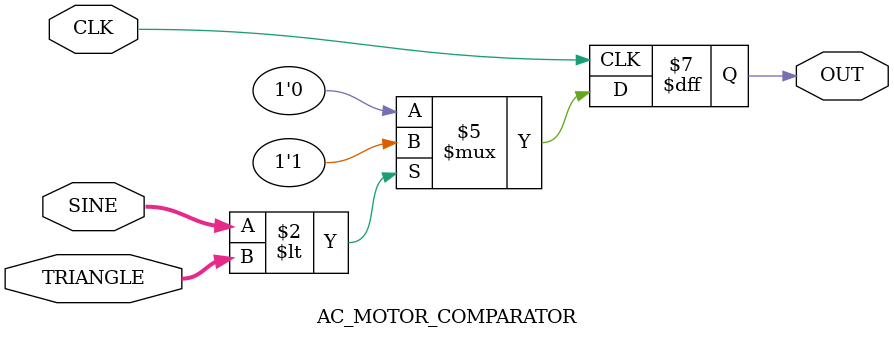
<source format=v>
module AC_MOTOR_COMPARATOR(
	input CLK,

	input signed [bits + level_bits - 1:0] TRIANGLE,
	input signed [bits + level_bits - 1:0] SINE,

	output reg OUT
);

parameter bits = 12;
parameter level_bits = 12;

initial begin
	OUT <= 0;
end

always @(posedge CLK) begin
	if (SINE < TRIANGLE) OUT <= 1;
	else OUT <= 0;
end

endmodule

</source>
